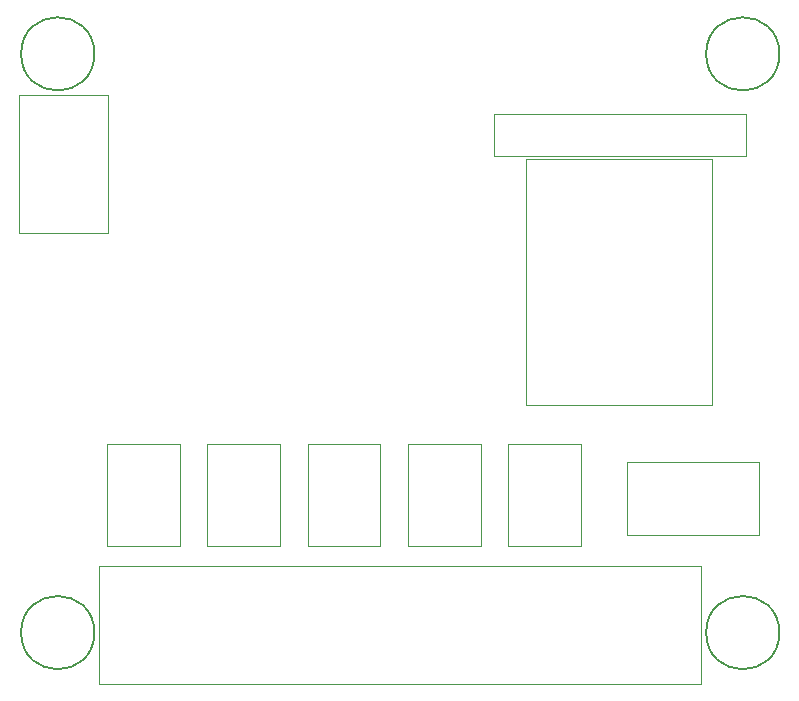
<source format=gbr>
%TF.GenerationSoftware,KiCad,Pcbnew,(5.1.9)-1*%
%TF.CreationDate,2021-03-07T19:12:45-05:00*%
%TF.ProjectId,bigp4ppa,62696770-3470-4706-912e-6b696361645f,rev?*%
%TF.SameCoordinates,Original*%
%TF.FileFunction,Other,User*%
%FSLAX46Y46*%
G04 Gerber Fmt 4.6, Leading zero omitted, Abs format (unit mm)*
G04 Created by KiCad (PCBNEW (5.1.9)-1) date 2021-03-07 19:12:45*
%MOMM*%
%LPD*%
G01*
G04 APERTURE LIST*
%ADD10C,0.050000*%
%ADD11C,0.150000*%
G04 APERTURE END LIST*
D10*
%TO.C,J4*%
X77462000Y-91850000D02*
X77462000Y-101850000D01*
X77462000Y-101850000D02*
X128462000Y-101850000D01*
X128462000Y-101850000D02*
X128462000Y-91850000D01*
X128462000Y-91850000D02*
X77462000Y-91850000D01*
%TO.C,J15*%
X122162000Y-89196000D02*
X133362000Y-89196000D01*
X133362000Y-89196000D02*
X133362000Y-83046000D01*
X133362000Y-83046000D02*
X122162000Y-83046000D01*
X122162000Y-83046000D02*
X122162000Y-89196000D01*
%TO.C,A1*%
X129419000Y-78228000D02*
X113679000Y-78228000D01*
X129419000Y-78228000D02*
X129419000Y-57408000D01*
X113679000Y-57408000D02*
X113679000Y-78228000D01*
X113679000Y-57408000D02*
X129419000Y-57408000D01*
%TO.C,J1*%
X78250000Y-63630000D02*
X78250000Y-52000000D01*
X70750000Y-63630000D02*
X78250000Y-63630000D01*
X70750000Y-52000000D02*
X70750000Y-63630000D01*
X78250000Y-52000000D02*
X70750000Y-52000000D01*
%TO.C,J14*%
X101312000Y-81550000D02*
X95162000Y-81550000D01*
X101312000Y-90200000D02*
X101312000Y-81550000D01*
X95162000Y-90200000D02*
X101312000Y-90200000D01*
X95162000Y-81550000D02*
X95162000Y-90200000D01*
%TO.C,J13*%
X92812000Y-81550000D02*
X86662000Y-81550000D01*
X92812000Y-90200000D02*
X92812000Y-81550000D01*
X86662000Y-90200000D02*
X92812000Y-90200000D01*
X86662000Y-81550000D02*
X86662000Y-90200000D01*
%TO.C,J12*%
X84312000Y-81550000D02*
X78162000Y-81550000D01*
X84312000Y-90200000D02*
X84312000Y-81550000D01*
X78162000Y-90200000D02*
X84312000Y-90200000D01*
X78162000Y-81550000D02*
X78162000Y-90200000D01*
%TO.C,J11*%
X109812000Y-81550000D02*
X103662000Y-81550000D01*
X109812000Y-90200000D02*
X109812000Y-81550000D01*
X103662000Y-90200000D02*
X109812000Y-90200000D01*
X103662000Y-81550000D02*
X103662000Y-90200000D01*
%TO.C,J8*%
X132300000Y-53550000D02*
X110950000Y-53550000D01*
X110950000Y-53550000D02*
X110950000Y-57150000D01*
X110950000Y-57150000D02*
X132300000Y-57150000D01*
X132300000Y-57150000D02*
X132300000Y-53550000D01*
%TO.C,J3*%
X112162000Y-81550000D02*
X112162000Y-90200000D01*
X112162000Y-90200000D02*
X118312000Y-90200000D01*
X118312000Y-90200000D02*
X118312000Y-81550000D01*
X118312000Y-81550000D02*
X112162000Y-81550000D01*
D11*
%TO.C,*%
X135100000Y-48500000D02*
G75*
G03*
X135100000Y-48500000I-3100000J0D01*
G01*
X135100000Y-97500000D02*
G75*
G03*
X135100000Y-97500000I-3100000J0D01*
G01*
X77100000Y-97500000D02*
G75*
G03*
X77100000Y-97500000I-3100000J0D01*
G01*
X77100000Y-48500000D02*
G75*
G03*
X77100000Y-48500000I-3100000J0D01*
G01*
%TD*%
M02*

</source>
